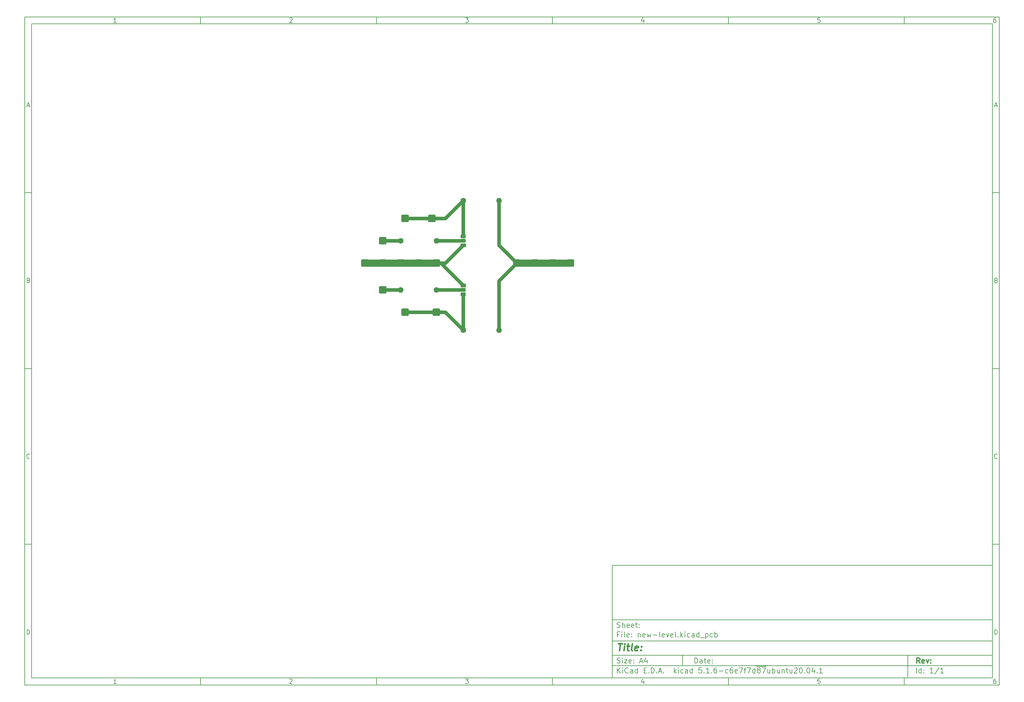
<source format=gbr>
%TF.GenerationSoftware,KiCad,Pcbnew,5.1.6-c6e7f7d~87~ubuntu20.04.1*%
%TF.CreationDate,2020-11-01T10:04:05-08:00*%
%TF.ProjectId,new-level,6e65772d-6c65-4766-956c-2e6b69636164,rev?*%
%TF.SameCoordinates,Original*%
%TF.FileFunction,Copper,L1,Top*%
%TF.FilePolarity,Positive*%
%FSLAX46Y46*%
G04 Gerber Fmt 4.6, Leading zero omitted, Abs format (unit mm)*
G04 Created by KiCad (PCBNEW 5.1.6-c6e7f7d~87~ubuntu20.04.1) date 2020-11-01 10:04:05*
%MOMM*%
%LPD*%
G01*
G04 APERTURE LIST*
%ADD10C,0.100000*%
%ADD11C,0.150000*%
%ADD12C,0.300000*%
%ADD13C,0.400000*%
%TA.AperFunction,ComponentPad*%
%ADD14O,1.600000X1.600000*%
%TD*%
%TA.AperFunction,ComponentPad*%
%ADD15C,1.600000*%
%TD*%
%TA.AperFunction,ComponentPad*%
%ADD16R,1.500000X1.050000*%
%TD*%
%TA.AperFunction,Conductor*%
%ADD17C,1.000000*%
%TD*%
%TA.AperFunction,Conductor*%
%ADD18C,2.000000*%
%TD*%
G04 APERTURE END LIST*
D10*
D11*
X177002200Y-166007200D02*
X177002200Y-198007200D01*
X285002200Y-198007200D01*
X285002200Y-166007200D01*
X177002200Y-166007200D01*
D10*
D11*
X10000000Y-10000000D02*
X10000000Y-200007200D01*
X287002200Y-200007200D01*
X287002200Y-10000000D01*
X10000000Y-10000000D01*
D10*
D11*
X12000000Y-12000000D02*
X12000000Y-198007200D01*
X285002200Y-198007200D01*
X285002200Y-12000000D01*
X12000000Y-12000000D01*
D10*
D11*
X60000000Y-12000000D02*
X60000000Y-10000000D01*
D10*
D11*
X110000000Y-12000000D02*
X110000000Y-10000000D01*
D10*
D11*
X160000000Y-12000000D02*
X160000000Y-10000000D01*
D10*
D11*
X210000000Y-12000000D02*
X210000000Y-10000000D01*
D10*
D11*
X260000000Y-12000000D02*
X260000000Y-10000000D01*
D10*
D11*
X36065476Y-11588095D02*
X35322619Y-11588095D01*
X35694047Y-11588095D02*
X35694047Y-10288095D01*
X35570238Y-10473809D01*
X35446428Y-10597619D01*
X35322619Y-10659523D01*
D10*
D11*
X85322619Y-10411904D02*
X85384523Y-10350000D01*
X85508333Y-10288095D01*
X85817857Y-10288095D01*
X85941666Y-10350000D01*
X86003571Y-10411904D01*
X86065476Y-10535714D01*
X86065476Y-10659523D01*
X86003571Y-10845238D01*
X85260714Y-11588095D01*
X86065476Y-11588095D01*
D10*
D11*
X135260714Y-10288095D02*
X136065476Y-10288095D01*
X135632142Y-10783333D01*
X135817857Y-10783333D01*
X135941666Y-10845238D01*
X136003571Y-10907142D01*
X136065476Y-11030952D01*
X136065476Y-11340476D01*
X136003571Y-11464285D01*
X135941666Y-11526190D01*
X135817857Y-11588095D01*
X135446428Y-11588095D01*
X135322619Y-11526190D01*
X135260714Y-11464285D01*
D10*
D11*
X185941666Y-10721428D02*
X185941666Y-11588095D01*
X185632142Y-10226190D02*
X185322619Y-11154761D01*
X186127380Y-11154761D01*
D10*
D11*
X236003571Y-10288095D02*
X235384523Y-10288095D01*
X235322619Y-10907142D01*
X235384523Y-10845238D01*
X235508333Y-10783333D01*
X235817857Y-10783333D01*
X235941666Y-10845238D01*
X236003571Y-10907142D01*
X236065476Y-11030952D01*
X236065476Y-11340476D01*
X236003571Y-11464285D01*
X235941666Y-11526190D01*
X235817857Y-11588095D01*
X235508333Y-11588095D01*
X235384523Y-11526190D01*
X235322619Y-11464285D01*
D10*
D11*
X285941666Y-10288095D02*
X285694047Y-10288095D01*
X285570238Y-10350000D01*
X285508333Y-10411904D01*
X285384523Y-10597619D01*
X285322619Y-10845238D01*
X285322619Y-11340476D01*
X285384523Y-11464285D01*
X285446428Y-11526190D01*
X285570238Y-11588095D01*
X285817857Y-11588095D01*
X285941666Y-11526190D01*
X286003571Y-11464285D01*
X286065476Y-11340476D01*
X286065476Y-11030952D01*
X286003571Y-10907142D01*
X285941666Y-10845238D01*
X285817857Y-10783333D01*
X285570238Y-10783333D01*
X285446428Y-10845238D01*
X285384523Y-10907142D01*
X285322619Y-11030952D01*
D10*
D11*
X60000000Y-198007200D02*
X60000000Y-200007200D01*
D10*
D11*
X110000000Y-198007200D02*
X110000000Y-200007200D01*
D10*
D11*
X160000000Y-198007200D02*
X160000000Y-200007200D01*
D10*
D11*
X210000000Y-198007200D02*
X210000000Y-200007200D01*
D10*
D11*
X260000000Y-198007200D02*
X260000000Y-200007200D01*
D10*
D11*
X36065476Y-199595295D02*
X35322619Y-199595295D01*
X35694047Y-199595295D02*
X35694047Y-198295295D01*
X35570238Y-198481009D01*
X35446428Y-198604819D01*
X35322619Y-198666723D01*
D10*
D11*
X85322619Y-198419104D02*
X85384523Y-198357200D01*
X85508333Y-198295295D01*
X85817857Y-198295295D01*
X85941666Y-198357200D01*
X86003571Y-198419104D01*
X86065476Y-198542914D01*
X86065476Y-198666723D01*
X86003571Y-198852438D01*
X85260714Y-199595295D01*
X86065476Y-199595295D01*
D10*
D11*
X135260714Y-198295295D02*
X136065476Y-198295295D01*
X135632142Y-198790533D01*
X135817857Y-198790533D01*
X135941666Y-198852438D01*
X136003571Y-198914342D01*
X136065476Y-199038152D01*
X136065476Y-199347676D01*
X136003571Y-199471485D01*
X135941666Y-199533390D01*
X135817857Y-199595295D01*
X135446428Y-199595295D01*
X135322619Y-199533390D01*
X135260714Y-199471485D01*
D10*
D11*
X185941666Y-198728628D02*
X185941666Y-199595295D01*
X185632142Y-198233390D02*
X185322619Y-199161961D01*
X186127380Y-199161961D01*
D10*
D11*
X236003571Y-198295295D02*
X235384523Y-198295295D01*
X235322619Y-198914342D01*
X235384523Y-198852438D01*
X235508333Y-198790533D01*
X235817857Y-198790533D01*
X235941666Y-198852438D01*
X236003571Y-198914342D01*
X236065476Y-199038152D01*
X236065476Y-199347676D01*
X236003571Y-199471485D01*
X235941666Y-199533390D01*
X235817857Y-199595295D01*
X235508333Y-199595295D01*
X235384523Y-199533390D01*
X235322619Y-199471485D01*
D10*
D11*
X285941666Y-198295295D02*
X285694047Y-198295295D01*
X285570238Y-198357200D01*
X285508333Y-198419104D01*
X285384523Y-198604819D01*
X285322619Y-198852438D01*
X285322619Y-199347676D01*
X285384523Y-199471485D01*
X285446428Y-199533390D01*
X285570238Y-199595295D01*
X285817857Y-199595295D01*
X285941666Y-199533390D01*
X286003571Y-199471485D01*
X286065476Y-199347676D01*
X286065476Y-199038152D01*
X286003571Y-198914342D01*
X285941666Y-198852438D01*
X285817857Y-198790533D01*
X285570238Y-198790533D01*
X285446428Y-198852438D01*
X285384523Y-198914342D01*
X285322619Y-199038152D01*
D10*
D11*
X10000000Y-60000000D02*
X12000000Y-60000000D01*
D10*
D11*
X10000000Y-110000000D02*
X12000000Y-110000000D01*
D10*
D11*
X10000000Y-160000000D02*
X12000000Y-160000000D01*
D10*
D11*
X10690476Y-35216666D02*
X11309523Y-35216666D01*
X10566666Y-35588095D02*
X11000000Y-34288095D01*
X11433333Y-35588095D01*
D10*
D11*
X11092857Y-84907142D02*
X11278571Y-84969047D01*
X11340476Y-85030952D01*
X11402380Y-85154761D01*
X11402380Y-85340476D01*
X11340476Y-85464285D01*
X11278571Y-85526190D01*
X11154761Y-85588095D01*
X10659523Y-85588095D01*
X10659523Y-84288095D01*
X11092857Y-84288095D01*
X11216666Y-84350000D01*
X11278571Y-84411904D01*
X11340476Y-84535714D01*
X11340476Y-84659523D01*
X11278571Y-84783333D01*
X11216666Y-84845238D01*
X11092857Y-84907142D01*
X10659523Y-84907142D01*
D10*
D11*
X11402380Y-135464285D02*
X11340476Y-135526190D01*
X11154761Y-135588095D01*
X11030952Y-135588095D01*
X10845238Y-135526190D01*
X10721428Y-135402380D01*
X10659523Y-135278571D01*
X10597619Y-135030952D01*
X10597619Y-134845238D01*
X10659523Y-134597619D01*
X10721428Y-134473809D01*
X10845238Y-134350000D01*
X11030952Y-134288095D01*
X11154761Y-134288095D01*
X11340476Y-134350000D01*
X11402380Y-134411904D01*
D10*
D11*
X10659523Y-185588095D02*
X10659523Y-184288095D01*
X10969047Y-184288095D01*
X11154761Y-184350000D01*
X11278571Y-184473809D01*
X11340476Y-184597619D01*
X11402380Y-184845238D01*
X11402380Y-185030952D01*
X11340476Y-185278571D01*
X11278571Y-185402380D01*
X11154761Y-185526190D01*
X10969047Y-185588095D01*
X10659523Y-185588095D01*
D10*
D11*
X287002200Y-60000000D02*
X285002200Y-60000000D01*
D10*
D11*
X287002200Y-110000000D02*
X285002200Y-110000000D01*
D10*
D11*
X287002200Y-160000000D02*
X285002200Y-160000000D01*
D10*
D11*
X285692676Y-35216666D02*
X286311723Y-35216666D01*
X285568866Y-35588095D02*
X286002200Y-34288095D01*
X286435533Y-35588095D01*
D10*
D11*
X286095057Y-84907142D02*
X286280771Y-84969047D01*
X286342676Y-85030952D01*
X286404580Y-85154761D01*
X286404580Y-85340476D01*
X286342676Y-85464285D01*
X286280771Y-85526190D01*
X286156961Y-85588095D01*
X285661723Y-85588095D01*
X285661723Y-84288095D01*
X286095057Y-84288095D01*
X286218866Y-84350000D01*
X286280771Y-84411904D01*
X286342676Y-84535714D01*
X286342676Y-84659523D01*
X286280771Y-84783333D01*
X286218866Y-84845238D01*
X286095057Y-84907142D01*
X285661723Y-84907142D01*
D10*
D11*
X286404580Y-135464285D02*
X286342676Y-135526190D01*
X286156961Y-135588095D01*
X286033152Y-135588095D01*
X285847438Y-135526190D01*
X285723628Y-135402380D01*
X285661723Y-135278571D01*
X285599819Y-135030952D01*
X285599819Y-134845238D01*
X285661723Y-134597619D01*
X285723628Y-134473809D01*
X285847438Y-134350000D01*
X286033152Y-134288095D01*
X286156961Y-134288095D01*
X286342676Y-134350000D01*
X286404580Y-134411904D01*
D10*
D11*
X285661723Y-185588095D02*
X285661723Y-184288095D01*
X285971247Y-184288095D01*
X286156961Y-184350000D01*
X286280771Y-184473809D01*
X286342676Y-184597619D01*
X286404580Y-184845238D01*
X286404580Y-185030952D01*
X286342676Y-185278571D01*
X286280771Y-185402380D01*
X286156961Y-185526190D01*
X285971247Y-185588095D01*
X285661723Y-185588095D01*
D10*
D11*
X200434342Y-193785771D02*
X200434342Y-192285771D01*
X200791485Y-192285771D01*
X201005771Y-192357200D01*
X201148628Y-192500057D01*
X201220057Y-192642914D01*
X201291485Y-192928628D01*
X201291485Y-193142914D01*
X201220057Y-193428628D01*
X201148628Y-193571485D01*
X201005771Y-193714342D01*
X200791485Y-193785771D01*
X200434342Y-193785771D01*
X202577200Y-193785771D02*
X202577200Y-193000057D01*
X202505771Y-192857200D01*
X202362914Y-192785771D01*
X202077200Y-192785771D01*
X201934342Y-192857200D01*
X202577200Y-193714342D02*
X202434342Y-193785771D01*
X202077200Y-193785771D01*
X201934342Y-193714342D01*
X201862914Y-193571485D01*
X201862914Y-193428628D01*
X201934342Y-193285771D01*
X202077200Y-193214342D01*
X202434342Y-193214342D01*
X202577200Y-193142914D01*
X203077200Y-192785771D02*
X203648628Y-192785771D01*
X203291485Y-192285771D02*
X203291485Y-193571485D01*
X203362914Y-193714342D01*
X203505771Y-193785771D01*
X203648628Y-193785771D01*
X204720057Y-193714342D02*
X204577200Y-193785771D01*
X204291485Y-193785771D01*
X204148628Y-193714342D01*
X204077200Y-193571485D01*
X204077200Y-193000057D01*
X204148628Y-192857200D01*
X204291485Y-192785771D01*
X204577200Y-192785771D01*
X204720057Y-192857200D01*
X204791485Y-193000057D01*
X204791485Y-193142914D01*
X204077200Y-193285771D01*
X205434342Y-193642914D02*
X205505771Y-193714342D01*
X205434342Y-193785771D01*
X205362914Y-193714342D01*
X205434342Y-193642914D01*
X205434342Y-193785771D01*
X205434342Y-192857200D02*
X205505771Y-192928628D01*
X205434342Y-193000057D01*
X205362914Y-192928628D01*
X205434342Y-192857200D01*
X205434342Y-193000057D01*
D10*
D11*
X177002200Y-194507200D02*
X285002200Y-194507200D01*
D10*
D11*
X178434342Y-196585771D02*
X178434342Y-195085771D01*
X179291485Y-196585771D02*
X178648628Y-195728628D01*
X179291485Y-195085771D02*
X178434342Y-195942914D01*
X179934342Y-196585771D02*
X179934342Y-195585771D01*
X179934342Y-195085771D02*
X179862914Y-195157200D01*
X179934342Y-195228628D01*
X180005771Y-195157200D01*
X179934342Y-195085771D01*
X179934342Y-195228628D01*
X181505771Y-196442914D02*
X181434342Y-196514342D01*
X181220057Y-196585771D01*
X181077200Y-196585771D01*
X180862914Y-196514342D01*
X180720057Y-196371485D01*
X180648628Y-196228628D01*
X180577200Y-195942914D01*
X180577200Y-195728628D01*
X180648628Y-195442914D01*
X180720057Y-195300057D01*
X180862914Y-195157200D01*
X181077200Y-195085771D01*
X181220057Y-195085771D01*
X181434342Y-195157200D01*
X181505771Y-195228628D01*
X182791485Y-196585771D02*
X182791485Y-195800057D01*
X182720057Y-195657200D01*
X182577200Y-195585771D01*
X182291485Y-195585771D01*
X182148628Y-195657200D01*
X182791485Y-196514342D02*
X182648628Y-196585771D01*
X182291485Y-196585771D01*
X182148628Y-196514342D01*
X182077200Y-196371485D01*
X182077200Y-196228628D01*
X182148628Y-196085771D01*
X182291485Y-196014342D01*
X182648628Y-196014342D01*
X182791485Y-195942914D01*
X184148628Y-196585771D02*
X184148628Y-195085771D01*
X184148628Y-196514342D02*
X184005771Y-196585771D01*
X183720057Y-196585771D01*
X183577200Y-196514342D01*
X183505771Y-196442914D01*
X183434342Y-196300057D01*
X183434342Y-195871485D01*
X183505771Y-195728628D01*
X183577200Y-195657200D01*
X183720057Y-195585771D01*
X184005771Y-195585771D01*
X184148628Y-195657200D01*
X186005771Y-195800057D02*
X186505771Y-195800057D01*
X186720057Y-196585771D02*
X186005771Y-196585771D01*
X186005771Y-195085771D01*
X186720057Y-195085771D01*
X187362914Y-196442914D02*
X187434342Y-196514342D01*
X187362914Y-196585771D01*
X187291485Y-196514342D01*
X187362914Y-196442914D01*
X187362914Y-196585771D01*
X188077200Y-196585771D02*
X188077200Y-195085771D01*
X188434342Y-195085771D01*
X188648628Y-195157200D01*
X188791485Y-195300057D01*
X188862914Y-195442914D01*
X188934342Y-195728628D01*
X188934342Y-195942914D01*
X188862914Y-196228628D01*
X188791485Y-196371485D01*
X188648628Y-196514342D01*
X188434342Y-196585771D01*
X188077200Y-196585771D01*
X189577200Y-196442914D02*
X189648628Y-196514342D01*
X189577200Y-196585771D01*
X189505771Y-196514342D01*
X189577200Y-196442914D01*
X189577200Y-196585771D01*
X190220057Y-196157200D02*
X190934342Y-196157200D01*
X190077200Y-196585771D02*
X190577200Y-195085771D01*
X191077200Y-196585771D01*
X191577200Y-196442914D02*
X191648628Y-196514342D01*
X191577200Y-196585771D01*
X191505771Y-196514342D01*
X191577200Y-196442914D01*
X191577200Y-196585771D01*
X194577200Y-196585771D02*
X194577200Y-195085771D01*
X194720057Y-196014342D02*
X195148628Y-196585771D01*
X195148628Y-195585771D02*
X194577200Y-196157200D01*
X195791485Y-196585771D02*
X195791485Y-195585771D01*
X195791485Y-195085771D02*
X195720057Y-195157200D01*
X195791485Y-195228628D01*
X195862914Y-195157200D01*
X195791485Y-195085771D01*
X195791485Y-195228628D01*
X197148628Y-196514342D02*
X197005771Y-196585771D01*
X196720057Y-196585771D01*
X196577200Y-196514342D01*
X196505771Y-196442914D01*
X196434342Y-196300057D01*
X196434342Y-195871485D01*
X196505771Y-195728628D01*
X196577200Y-195657200D01*
X196720057Y-195585771D01*
X197005771Y-195585771D01*
X197148628Y-195657200D01*
X198434342Y-196585771D02*
X198434342Y-195800057D01*
X198362914Y-195657200D01*
X198220057Y-195585771D01*
X197934342Y-195585771D01*
X197791485Y-195657200D01*
X198434342Y-196514342D02*
X198291485Y-196585771D01*
X197934342Y-196585771D01*
X197791485Y-196514342D01*
X197720057Y-196371485D01*
X197720057Y-196228628D01*
X197791485Y-196085771D01*
X197934342Y-196014342D01*
X198291485Y-196014342D01*
X198434342Y-195942914D01*
X199791485Y-196585771D02*
X199791485Y-195085771D01*
X199791485Y-196514342D02*
X199648628Y-196585771D01*
X199362914Y-196585771D01*
X199220057Y-196514342D01*
X199148628Y-196442914D01*
X199077200Y-196300057D01*
X199077200Y-195871485D01*
X199148628Y-195728628D01*
X199220057Y-195657200D01*
X199362914Y-195585771D01*
X199648628Y-195585771D01*
X199791485Y-195657200D01*
X202362914Y-195085771D02*
X201648628Y-195085771D01*
X201577200Y-195800057D01*
X201648628Y-195728628D01*
X201791485Y-195657200D01*
X202148628Y-195657200D01*
X202291485Y-195728628D01*
X202362914Y-195800057D01*
X202434342Y-195942914D01*
X202434342Y-196300057D01*
X202362914Y-196442914D01*
X202291485Y-196514342D01*
X202148628Y-196585771D01*
X201791485Y-196585771D01*
X201648628Y-196514342D01*
X201577200Y-196442914D01*
X203077200Y-196442914D02*
X203148628Y-196514342D01*
X203077200Y-196585771D01*
X203005771Y-196514342D01*
X203077200Y-196442914D01*
X203077200Y-196585771D01*
X204577200Y-196585771D02*
X203720057Y-196585771D01*
X204148628Y-196585771D02*
X204148628Y-195085771D01*
X204005771Y-195300057D01*
X203862914Y-195442914D01*
X203720057Y-195514342D01*
X205220057Y-196442914D02*
X205291485Y-196514342D01*
X205220057Y-196585771D01*
X205148628Y-196514342D01*
X205220057Y-196442914D01*
X205220057Y-196585771D01*
X206577200Y-195085771D02*
X206291485Y-195085771D01*
X206148628Y-195157200D01*
X206077200Y-195228628D01*
X205934342Y-195442914D01*
X205862914Y-195728628D01*
X205862914Y-196300057D01*
X205934342Y-196442914D01*
X206005771Y-196514342D01*
X206148628Y-196585771D01*
X206434342Y-196585771D01*
X206577200Y-196514342D01*
X206648628Y-196442914D01*
X206720057Y-196300057D01*
X206720057Y-195942914D01*
X206648628Y-195800057D01*
X206577200Y-195728628D01*
X206434342Y-195657200D01*
X206148628Y-195657200D01*
X206005771Y-195728628D01*
X205934342Y-195800057D01*
X205862914Y-195942914D01*
X207362914Y-196014342D02*
X208505771Y-196014342D01*
X209862914Y-196514342D02*
X209720057Y-196585771D01*
X209434342Y-196585771D01*
X209291485Y-196514342D01*
X209220057Y-196442914D01*
X209148628Y-196300057D01*
X209148628Y-195871485D01*
X209220057Y-195728628D01*
X209291485Y-195657200D01*
X209434342Y-195585771D01*
X209720057Y-195585771D01*
X209862914Y-195657200D01*
X211148628Y-195085771D02*
X210862914Y-195085771D01*
X210720057Y-195157200D01*
X210648628Y-195228628D01*
X210505771Y-195442914D01*
X210434342Y-195728628D01*
X210434342Y-196300057D01*
X210505771Y-196442914D01*
X210577200Y-196514342D01*
X210720057Y-196585771D01*
X211005771Y-196585771D01*
X211148628Y-196514342D01*
X211220057Y-196442914D01*
X211291485Y-196300057D01*
X211291485Y-195942914D01*
X211220057Y-195800057D01*
X211148628Y-195728628D01*
X211005771Y-195657200D01*
X210720057Y-195657200D01*
X210577200Y-195728628D01*
X210505771Y-195800057D01*
X210434342Y-195942914D01*
X212505771Y-196514342D02*
X212362914Y-196585771D01*
X212077200Y-196585771D01*
X211934342Y-196514342D01*
X211862914Y-196371485D01*
X211862914Y-195800057D01*
X211934342Y-195657200D01*
X212077200Y-195585771D01*
X212362914Y-195585771D01*
X212505771Y-195657200D01*
X212577200Y-195800057D01*
X212577200Y-195942914D01*
X211862914Y-196085771D01*
X213077200Y-195085771D02*
X214077200Y-195085771D01*
X213434342Y-196585771D01*
X214434342Y-195585771D02*
X215005771Y-195585771D01*
X214648628Y-196585771D02*
X214648628Y-195300057D01*
X214720057Y-195157200D01*
X214862914Y-195085771D01*
X215005771Y-195085771D01*
X215362914Y-195085771D02*
X216362914Y-195085771D01*
X215720057Y-196585771D01*
X217577200Y-196585771D02*
X217577200Y-195085771D01*
X217577200Y-196514342D02*
X217434342Y-196585771D01*
X217148628Y-196585771D01*
X217005771Y-196514342D01*
X216934342Y-196442914D01*
X216862914Y-196300057D01*
X216862914Y-195871485D01*
X216934342Y-195728628D01*
X217005771Y-195657200D01*
X217148628Y-195585771D01*
X217434342Y-195585771D01*
X217577200Y-195657200D01*
X217934342Y-194677200D02*
X219362914Y-194677200D01*
X218505771Y-195728628D02*
X218362914Y-195657200D01*
X218291485Y-195585771D01*
X218220057Y-195442914D01*
X218220057Y-195371485D01*
X218291485Y-195228628D01*
X218362914Y-195157200D01*
X218505771Y-195085771D01*
X218791485Y-195085771D01*
X218934342Y-195157200D01*
X219005771Y-195228628D01*
X219077200Y-195371485D01*
X219077200Y-195442914D01*
X219005771Y-195585771D01*
X218934342Y-195657200D01*
X218791485Y-195728628D01*
X218505771Y-195728628D01*
X218362914Y-195800057D01*
X218291485Y-195871485D01*
X218220057Y-196014342D01*
X218220057Y-196300057D01*
X218291485Y-196442914D01*
X218362914Y-196514342D01*
X218505771Y-196585771D01*
X218791485Y-196585771D01*
X218934342Y-196514342D01*
X219005771Y-196442914D01*
X219077200Y-196300057D01*
X219077200Y-196014342D01*
X219005771Y-195871485D01*
X218934342Y-195800057D01*
X218791485Y-195728628D01*
X219362914Y-194677200D02*
X220791485Y-194677200D01*
X219577200Y-195085771D02*
X220577200Y-195085771D01*
X219934342Y-196585771D01*
X221791485Y-195585771D02*
X221791485Y-196585771D01*
X221148628Y-195585771D02*
X221148628Y-196371485D01*
X221220057Y-196514342D01*
X221362914Y-196585771D01*
X221577200Y-196585771D01*
X221720057Y-196514342D01*
X221791485Y-196442914D01*
X222505771Y-196585771D02*
X222505771Y-195085771D01*
X222505771Y-195657200D02*
X222648628Y-195585771D01*
X222934342Y-195585771D01*
X223077200Y-195657200D01*
X223148628Y-195728628D01*
X223220057Y-195871485D01*
X223220057Y-196300057D01*
X223148628Y-196442914D01*
X223077200Y-196514342D01*
X222934342Y-196585771D01*
X222648628Y-196585771D01*
X222505771Y-196514342D01*
X224505771Y-195585771D02*
X224505771Y-196585771D01*
X223862914Y-195585771D02*
X223862914Y-196371485D01*
X223934342Y-196514342D01*
X224077200Y-196585771D01*
X224291485Y-196585771D01*
X224434342Y-196514342D01*
X224505771Y-196442914D01*
X225220057Y-195585771D02*
X225220057Y-196585771D01*
X225220057Y-195728628D02*
X225291485Y-195657200D01*
X225434342Y-195585771D01*
X225648628Y-195585771D01*
X225791485Y-195657200D01*
X225862914Y-195800057D01*
X225862914Y-196585771D01*
X226362914Y-195585771D02*
X226934342Y-195585771D01*
X226577200Y-195085771D02*
X226577200Y-196371485D01*
X226648628Y-196514342D01*
X226791485Y-196585771D01*
X226934342Y-196585771D01*
X228077200Y-195585771D02*
X228077200Y-196585771D01*
X227434342Y-195585771D02*
X227434342Y-196371485D01*
X227505771Y-196514342D01*
X227648628Y-196585771D01*
X227862914Y-196585771D01*
X228005771Y-196514342D01*
X228077200Y-196442914D01*
X228720057Y-195228628D02*
X228791485Y-195157200D01*
X228934342Y-195085771D01*
X229291485Y-195085771D01*
X229434342Y-195157200D01*
X229505771Y-195228628D01*
X229577200Y-195371485D01*
X229577200Y-195514342D01*
X229505771Y-195728628D01*
X228648628Y-196585771D01*
X229577200Y-196585771D01*
X230505771Y-195085771D02*
X230648628Y-195085771D01*
X230791485Y-195157200D01*
X230862914Y-195228628D01*
X230934342Y-195371485D01*
X231005771Y-195657200D01*
X231005771Y-196014342D01*
X230934342Y-196300057D01*
X230862914Y-196442914D01*
X230791485Y-196514342D01*
X230648628Y-196585771D01*
X230505771Y-196585771D01*
X230362914Y-196514342D01*
X230291485Y-196442914D01*
X230220057Y-196300057D01*
X230148628Y-196014342D01*
X230148628Y-195657200D01*
X230220057Y-195371485D01*
X230291485Y-195228628D01*
X230362914Y-195157200D01*
X230505771Y-195085771D01*
X231648628Y-196442914D02*
X231720057Y-196514342D01*
X231648628Y-196585771D01*
X231577200Y-196514342D01*
X231648628Y-196442914D01*
X231648628Y-196585771D01*
X232648628Y-195085771D02*
X232791485Y-195085771D01*
X232934342Y-195157200D01*
X233005771Y-195228628D01*
X233077200Y-195371485D01*
X233148628Y-195657200D01*
X233148628Y-196014342D01*
X233077200Y-196300057D01*
X233005771Y-196442914D01*
X232934342Y-196514342D01*
X232791485Y-196585771D01*
X232648628Y-196585771D01*
X232505771Y-196514342D01*
X232434342Y-196442914D01*
X232362914Y-196300057D01*
X232291485Y-196014342D01*
X232291485Y-195657200D01*
X232362914Y-195371485D01*
X232434342Y-195228628D01*
X232505771Y-195157200D01*
X232648628Y-195085771D01*
X234434342Y-195585771D02*
X234434342Y-196585771D01*
X234077200Y-195014342D02*
X233720057Y-196085771D01*
X234648628Y-196085771D01*
X235220057Y-196442914D02*
X235291485Y-196514342D01*
X235220057Y-196585771D01*
X235148628Y-196514342D01*
X235220057Y-196442914D01*
X235220057Y-196585771D01*
X236720057Y-196585771D02*
X235862914Y-196585771D01*
X236291485Y-196585771D02*
X236291485Y-195085771D01*
X236148628Y-195300057D01*
X236005771Y-195442914D01*
X235862914Y-195514342D01*
D10*
D11*
X177002200Y-191507200D02*
X285002200Y-191507200D01*
D10*
D12*
X264411485Y-193785771D02*
X263911485Y-193071485D01*
X263554342Y-193785771D02*
X263554342Y-192285771D01*
X264125771Y-192285771D01*
X264268628Y-192357200D01*
X264340057Y-192428628D01*
X264411485Y-192571485D01*
X264411485Y-192785771D01*
X264340057Y-192928628D01*
X264268628Y-193000057D01*
X264125771Y-193071485D01*
X263554342Y-193071485D01*
X265625771Y-193714342D02*
X265482914Y-193785771D01*
X265197200Y-193785771D01*
X265054342Y-193714342D01*
X264982914Y-193571485D01*
X264982914Y-193000057D01*
X265054342Y-192857200D01*
X265197200Y-192785771D01*
X265482914Y-192785771D01*
X265625771Y-192857200D01*
X265697200Y-193000057D01*
X265697200Y-193142914D01*
X264982914Y-193285771D01*
X266197200Y-192785771D02*
X266554342Y-193785771D01*
X266911485Y-192785771D01*
X267482914Y-193642914D02*
X267554342Y-193714342D01*
X267482914Y-193785771D01*
X267411485Y-193714342D01*
X267482914Y-193642914D01*
X267482914Y-193785771D01*
X267482914Y-192857200D02*
X267554342Y-192928628D01*
X267482914Y-193000057D01*
X267411485Y-192928628D01*
X267482914Y-192857200D01*
X267482914Y-193000057D01*
D10*
D11*
X178362914Y-193714342D02*
X178577200Y-193785771D01*
X178934342Y-193785771D01*
X179077200Y-193714342D01*
X179148628Y-193642914D01*
X179220057Y-193500057D01*
X179220057Y-193357200D01*
X179148628Y-193214342D01*
X179077200Y-193142914D01*
X178934342Y-193071485D01*
X178648628Y-193000057D01*
X178505771Y-192928628D01*
X178434342Y-192857200D01*
X178362914Y-192714342D01*
X178362914Y-192571485D01*
X178434342Y-192428628D01*
X178505771Y-192357200D01*
X178648628Y-192285771D01*
X179005771Y-192285771D01*
X179220057Y-192357200D01*
X179862914Y-193785771D02*
X179862914Y-192785771D01*
X179862914Y-192285771D02*
X179791485Y-192357200D01*
X179862914Y-192428628D01*
X179934342Y-192357200D01*
X179862914Y-192285771D01*
X179862914Y-192428628D01*
X180434342Y-192785771D02*
X181220057Y-192785771D01*
X180434342Y-193785771D01*
X181220057Y-193785771D01*
X182362914Y-193714342D02*
X182220057Y-193785771D01*
X181934342Y-193785771D01*
X181791485Y-193714342D01*
X181720057Y-193571485D01*
X181720057Y-193000057D01*
X181791485Y-192857200D01*
X181934342Y-192785771D01*
X182220057Y-192785771D01*
X182362914Y-192857200D01*
X182434342Y-193000057D01*
X182434342Y-193142914D01*
X181720057Y-193285771D01*
X183077200Y-193642914D02*
X183148628Y-193714342D01*
X183077200Y-193785771D01*
X183005771Y-193714342D01*
X183077200Y-193642914D01*
X183077200Y-193785771D01*
X183077200Y-192857200D02*
X183148628Y-192928628D01*
X183077200Y-193000057D01*
X183005771Y-192928628D01*
X183077200Y-192857200D01*
X183077200Y-193000057D01*
X184862914Y-193357200D02*
X185577200Y-193357200D01*
X184720057Y-193785771D02*
X185220057Y-192285771D01*
X185720057Y-193785771D01*
X186862914Y-192785771D02*
X186862914Y-193785771D01*
X186505771Y-192214342D02*
X186148628Y-193285771D01*
X187077200Y-193285771D01*
D10*
D11*
X263434342Y-196585771D02*
X263434342Y-195085771D01*
X264791485Y-196585771D02*
X264791485Y-195085771D01*
X264791485Y-196514342D02*
X264648628Y-196585771D01*
X264362914Y-196585771D01*
X264220057Y-196514342D01*
X264148628Y-196442914D01*
X264077200Y-196300057D01*
X264077200Y-195871485D01*
X264148628Y-195728628D01*
X264220057Y-195657200D01*
X264362914Y-195585771D01*
X264648628Y-195585771D01*
X264791485Y-195657200D01*
X265505771Y-196442914D02*
X265577200Y-196514342D01*
X265505771Y-196585771D01*
X265434342Y-196514342D01*
X265505771Y-196442914D01*
X265505771Y-196585771D01*
X265505771Y-195657200D02*
X265577200Y-195728628D01*
X265505771Y-195800057D01*
X265434342Y-195728628D01*
X265505771Y-195657200D01*
X265505771Y-195800057D01*
X268148628Y-196585771D02*
X267291485Y-196585771D01*
X267720057Y-196585771D02*
X267720057Y-195085771D01*
X267577200Y-195300057D01*
X267434342Y-195442914D01*
X267291485Y-195514342D01*
X269862914Y-195014342D02*
X268577200Y-196942914D01*
X271148628Y-196585771D02*
X270291485Y-196585771D01*
X270720057Y-196585771D02*
X270720057Y-195085771D01*
X270577200Y-195300057D01*
X270434342Y-195442914D01*
X270291485Y-195514342D01*
D10*
D11*
X177002200Y-187507200D02*
X285002200Y-187507200D01*
D10*
D13*
X178714580Y-188211961D02*
X179857438Y-188211961D01*
X179036009Y-190211961D02*
X179286009Y-188211961D01*
X180274104Y-190211961D02*
X180440771Y-188878628D01*
X180524104Y-188211961D02*
X180416961Y-188307200D01*
X180500295Y-188402438D01*
X180607438Y-188307200D01*
X180524104Y-188211961D01*
X180500295Y-188402438D01*
X181107438Y-188878628D02*
X181869342Y-188878628D01*
X181476485Y-188211961D02*
X181262200Y-189926247D01*
X181333628Y-190116723D01*
X181512200Y-190211961D01*
X181702676Y-190211961D01*
X182655057Y-190211961D02*
X182476485Y-190116723D01*
X182405057Y-189926247D01*
X182619342Y-188211961D01*
X184190771Y-190116723D02*
X183988390Y-190211961D01*
X183607438Y-190211961D01*
X183428866Y-190116723D01*
X183357438Y-189926247D01*
X183452676Y-189164342D01*
X183571723Y-188973866D01*
X183774104Y-188878628D01*
X184155057Y-188878628D01*
X184333628Y-188973866D01*
X184405057Y-189164342D01*
X184381247Y-189354819D01*
X183405057Y-189545295D01*
X185155057Y-190021485D02*
X185238390Y-190116723D01*
X185131247Y-190211961D01*
X185047914Y-190116723D01*
X185155057Y-190021485D01*
X185131247Y-190211961D01*
X185286009Y-188973866D02*
X185369342Y-189069104D01*
X185262200Y-189164342D01*
X185178866Y-189069104D01*
X185286009Y-188973866D01*
X185262200Y-189164342D01*
D10*
D11*
X178934342Y-185600057D02*
X178434342Y-185600057D01*
X178434342Y-186385771D02*
X178434342Y-184885771D01*
X179148628Y-184885771D01*
X179720057Y-186385771D02*
X179720057Y-185385771D01*
X179720057Y-184885771D02*
X179648628Y-184957200D01*
X179720057Y-185028628D01*
X179791485Y-184957200D01*
X179720057Y-184885771D01*
X179720057Y-185028628D01*
X180648628Y-186385771D02*
X180505771Y-186314342D01*
X180434342Y-186171485D01*
X180434342Y-184885771D01*
X181791485Y-186314342D02*
X181648628Y-186385771D01*
X181362914Y-186385771D01*
X181220057Y-186314342D01*
X181148628Y-186171485D01*
X181148628Y-185600057D01*
X181220057Y-185457200D01*
X181362914Y-185385771D01*
X181648628Y-185385771D01*
X181791485Y-185457200D01*
X181862914Y-185600057D01*
X181862914Y-185742914D01*
X181148628Y-185885771D01*
X182505771Y-186242914D02*
X182577200Y-186314342D01*
X182505771Y-186385771D01*
X182434342Y-186314342D01*
X182505771Y-186242914D01*
X182505771Y-186385771D01*
X182505771Y-185457200D02*
X182577200Y-185528628D01*
X182505771Y-185600057D01*
X182434342Y-185528628D01*
X182505771Y-185457200D01*
X182505771Y-185600057D01*
X184362914Y-185385771D02*
X184362914Y-186385771D01*
X184362914Y-185528628D02*
X184434342Y-185457200D01*
X184577200Y-185385771D01*
X184791485Y-185385771D01*
X184934342Y-185457200D01*
X185005771Y-185600057D01*
X185005771Y-186385771D01*
X186291485Y-186314342D02*
X186148628Y-186385771D01*
X185862914Y-186385771D01*
X185720057Y-186314342D01*
X185648628Y-186171485D01*
X185648628Y-185600057D01*
X185720057Y-185457200D01*
X185862914Y-185385771D01*
X186148628Y-185385771D01*
X186291485Y-185457200D01*
X186362914Y-185600057D01*
X186362914Y-185742914D01*
X185648628Y-185885771D01*
X186862914Y-185385771D02*
X187148628Y-186385771D01*
X187434342Y-185671485D01*
X187720057Y-186385771D01*
X188005771Y-185385771D01*
X188577200Y-185814342D02*
X189720057Y-185814342D01*
X190648628Y-186385771D02*
X190505771Y-186314342D01*
X190434342Y-186171485D01*
X190434342Y-184885771D01*
X191791485Y-186314342D02*
X191648628Y-186385771D01*
X191362914Y-186385771D01*
X191220057Y-186314342D01*
X191148628Y-186171485D01*
X191148628Y-185600057D01*
X191220057Y-185457200D01*
X191362914Y-185385771D01*
X191648628Y-185385771D01*
X191791485Y-185457200D01*
X191862914Y-185600057D01*
X191862914Y-185742914D01*
X191148628Y-185885771D01*
X192362914Y-185385771D02*
X192720057Y-186385771D01*
X193077200Y-185385771D01*
X194220057Y-186314342D02*
X194077200Y-186385771D01*
X193791485Y-186385771D01*
X193648628Y-186314342D01*
X193577200Y-186171485D01*
X193577200Y-185600057D01*
X193648628Y-185457200D01*
X193791485Y-185385771D01*
X194077200Y-185385771D01*
X194220057Y-185457200D01*
X194291485Y-185600057D01*
X194291485Y-185742914D01*
X193577200Y-185885771D01*
X195148628Y-186385771D02*
X195005771Y-186314342D01*
X194934342Y-186171485D01*
X194934342Y-184885771D01*
X195720057Y-186242914D02*
X195791485Y-186314342D01*
X195720057Y-186385771D01*
X195648628Y-186314342D01*
X195720057Y-186242914D01*
X195720057Y-186385771D01*
X196434342Y-186385771D02*
X196434342Y-184885771D01*
X196577200Y-185814342D02*
X197005771Y-186385771D01*
X197005771Y-185385771D02*
X196434342Y-185957200D01*
X197648628Y-186385771D02*
X197648628Y-185385771D01*
X197648628Y-184885771D02*
X197577200Y-184957200D01*
X197648628Y-185028628D01*
X197720057Y-184957200D01*
X197648628Y-184885771D01*
X197648628Y-185028628D01*
X199005771Y-186314342D02*
X198862914Y-186385771D01*
X198577200Y-186385771D01*
X198434342Y-186314342D01*
X198362914Y-186242914D01*
X198291485Y-186100057D01*
X198291485Y-185671485D01*
X198362914Y-185528628D01*
X198434342Y-185457200D01*
X198577200Y-185385771D01*
X198862914Y-185385771D01*
X199005771Y-185457200D01*
X200291485Y-186385771D02*
X200291485Y-185600057D01*
X200220057Y-185457200D01*
X200077200Y-185385771D01*
X199791485Y-185385771D01*
X199648628Y-185457200D01*
X200291485Y-186314342D02*
X200148628Y-186385771D01*
X199791485Y-186385771D01*
X199648628Y-186314342D01*
X199577200Y-186171485D01*
X199577200Y-186028628D01*
X199648628Y-185885771D01*
X199791485Y-185814342D01*
X200148628Y-185814342D01*
X200291485Y-185742914D01*
X201648628Y-186385771D02*
X201648628Y-184885771D01*
X201648628Y-186314342D02*
X201505771Y-186385771D01*
X201220057Y-186385771D01*
X201077200Y-186314342D01*
X201005771Y-186242914D01*
X200934342Y-186100057D01*
X200934342Y-185671485D01*
X201005771Y-185528628D01*
X201077200Y-185457200D01*
X201220057Y-185385771D01*
X201505771Y-185385771D01*
X201648628Y-185457200D01*
X202005771Y-186528628D02*
X203148628Y-186528628D01*
X203505771Y-185385771D02*
X203505771Y-186885771D01*
X203505771Y-185457200D02*
X203648628Y-185385771D01*
X203934342Y-185385771D01*
X204077200Y-185457200D01*
X204148628Y-185528628D01*
X204220057Y-185671485D01*
X204220057Y-186100057D01*
X204148628Y-186242914D01*
X204077200Y-186314342D01*
X203934342Y-186385771D01*
X203648628Y-186385771D01*
X203505771Y-186314342D01*
X205505771Y-186314342D02*
X205362914Y-186385771D01*
X205077200Y-186385771D01*
X204934342Y-186314342D01*
X204862914Y-186242914D01*
X204791485Y-186100057D01*
X204791485Y-185671485D01*
X204862914Y-185528628D01*
X204934342Y-185457200D01*
X205077200Y-185385771D01*
X205362914Y-185385771D01*
X205505771Y-185457200D01*
X206148628Y-186385771D02*
X206148628Y-184885771D01*
X206148628Y-185457200D02*
X206291485Y-185385771D01*
X206577200Y-185385771D01*
X206720057Y-185457200D01*
X206791485Y-185528628D01*
X206862914Y-185671485D01*
X206862914Y-186100057D01*
X206791485Y-186242914D01*
X206720057Y-186314342D01*
X206577200Y-186385771D01*
X206291485Y-186385771D01*
X206148628Y-186314342D01*
D10*
D11*
X177002200Y-181507200D02*
X285002200Y-181507200D01*
D10*
D11*
X178362914Y-183614342D02*
X178577200Y-183685771D01*
X178934342Y-183685771D01*
X179077200Y-183614342D01*
X179148628Y-183542914D01*
X179220057Y-183400057D01*
X179220057Y-183257200D01*
X179148628Y-183114342D01*
X179077200Y-183042914D01*
X178934342Y-182971485D01*
X178648628Y-182900057D01*
X178505771Y-182828628D01*
X178434342Y-182757200D01*
X178362914Y-182614342D01*
X178362914Y-182471485D01*
X178434342Y-182328628D01*
X178505771Y-182257200D01*
X178648628Y-182185771D01*
X179005771Y-182185771D01*
X179220057Y-182257200D01*
X179862914Y-183685771D02*
X179862914Y-182185771D01*
X180505771Y-183685771D02*
X180505771Y-182900057D01*
X180434342Y-182757200D01*
X180291485Y-182685771D01*
X180077200Y-182685771D01*
X179934342Y-182757200D01*
X179862914Y-182828628D01*
X181791485Y-183614342D02*
X181648628Y-183685771D01*
X181362914Y-183685771D01*
X181220057Y-183614342D01*
X181148628Y-183471485D01*
X181148628Y-182900057D01*
X181220057Y-182757200D01*
X181362914Y-182685771D01*
X181648628Y-182685771D01*
X181791485Y-182757200D01*
X181862914Y-182900057D01*
X181862914Y-183042914D01*
X181148628Y-183185771D01*
X183077200Y-183614342D02*
X182934342Y-183685771D01*
X182648628Y-183685771D01*
X182505771Y-183614342D01*
X182434342Y-183471485D01*
X182434342Y-182900057D01*
X182505771Y-182757200D01*
X182648628Y-182685771D01*
X182934342Y-182685771D01*
X183077200Y-182757200D01*
X183148628Y-182900057D01*
X183148628Y-183042914D01*
X182434342Y-183185771D01*
X183577200Y-182685771D02*
X184148628Y-182685771D01*
X183791485Y-182185771D02*
X183791485Y-183471485D01*
X183862914Y-183614342D01*
X184005771Y-183685771D01*
X184148628Y-183685771D01*
X184648628Y-183542914D02*
X184720057Y-183614342D01*
X184648628Y-183685771D01*
X184577200Y-183614342D01*
X184648628Y-183542914D01*
X184648628Y-183685771D01*
X184648628Y-182757200D02*
X184720057Y-182828628D01*
X184648628Y-182900057D01*
X184577200Y-182828628D01*
X184648628Y-182757200D01*
X184648628Y-182900057D01*
D10*
D11*
X197002200Y-191507200D02*
X197002200Y-194507200D01*
D10*
D11*
X261002200Y-191507200D02*
X261002200Y-198007200D01*
D14*
%TO.P,R4,2*%
%TO.N,+5V*%
X144780000Y-99060000D03*
D15*
%TO.P,R4,1*%
%TO.N,Net-(J2-Pad1)*%
X134620000Y-99060000D03*
%TD*%
D14*
%TO.P,R3,2*%
%TO.N,Net-(J4-Pad1)*%
X116840000Y-87630000D03*
D15*
%TO.P,R3,1*%
%TO.N,Net-(Q2-Pad2)*%
X127000000Y-87630000D03*
%TD*%
D14*
%TO.P,R2,2*%
%TO.N,+5V*%
X144780000Y-62230000D03*
D15*
%TO.P,R2,1*%
%TO.N,Net-(J3-Pad1)*%
X134620000Y-62230000D03*
%TD*%
D14*
%TO.P,R1,2*%
%TO.N,Net-(Q1-Pad2)*%
X127000000Y-73660000D03*
D15*
%TO.P,R1,1*%
%TO.N,Net-(J1-Pad1)*%
X116840000Y-73660000D03*
%TD*%
D16*
%TO.P,Q2,1*%
%TO.N,GND*%
X134620000Y-86360000D03*
%TO.P,Q2,3*%
%TO.N,Net-(J2-Pad1)*%
%TA.AperFunction,ComponentPad*%
G36*
G01*
X134132500Y-88375000D02*
X135107500Y-88375000D01*
G75*
G02*
X135370000Y-88637500I0J-262500D01*
G01*
X135370000Y-89162500D01*
G75*
G02*
X135107500Y-89425000I-262500J0D01*
G01*
X134132500Y-89425000D01*
G75*
G02*
X133870000Y-89162500I0J262500D01*
G01*
X133870000Y-88637500D01*
G75*
G02*
X134132500Y-88375000I262500J0D01*
G01*
G37*
%TD.AperFunction*%
%TO.P,Q2,2*%
%TO.N,Net-(Q2-Pad2)*%
%TA.AperFunction,ComponentPad*%
G36*
G01*
X134132500Y-87105000D02*
X135107500Y-87105000D01*
G75*
G02*
X135370000Y-87367500I0J-262500D01*
G01*
X135370000Y-87892500D01*
G75*
G02*
X135107500Y-88155000I-262500J0D01*
G01*
X134132500Y-88155000D01*
G75*
G02*
X133870000Y-87892500I0J262500D01*
G01*
X133870000Y-87367500D01*
G75*
G02*
X134132500Y-87105000I262500J0D01*
G01*
G37*
%TD.AperFunction*%
%TD*%
%TO.P,Q1,1*%
%TO.N,GND*%
X134620000Y-74930000D03*
%TO.P,Q1,3*%
%TO.N,Net-(J3-Pad1)*%
%TA.AperFunction,ComponentPad*%
G36*
G01*
X135107500Y-72915000D02*
X134132500Y-72915000D01*
G75*
G02*
X133870000Y-72652500I0J262500D01*
G01*
X133870000Y-72127500D01*
G75*
G02*
X134132500Y-71865000I262500J0D01*
G01*
X135107500Y-71865000D01*
G75*
G02*
X135370000Y-72127500I0J-262500D01*
G01*
X135370000Y-72652500D01*
G75*
G02*
X135107500Y-72915000I-262500J0D01*
G01*
G37*
%TD.AperFunction*%
%TO.P,Q1,2*%
%TO.N,Net-(Q1-Pad2)*%
%TA.AperFunction,ComponentPad*%
G36*
G01*
X135107500Y-74185000D02*
X134132500Y-74185000D01*
G75*
G02*
X133870000Y-73922500I0J262500D01*
G01*
X133870000Y-73397500D01*
G75*
G02*
X134132500Y-73135000I262500J0D01*
G01*
X135107500Y-73135000D01*
G75*
G02*
X135370000Y-73397500I0J-262500D01*
G01*
X135370000Y-73922500D01*
G75*
G02*
X135107500Y-74185000I-262500J0D01*
G01*
G37*
%TD.AperFunction*%
%TD*%
%TO.P,J15,1*%
%TO.N,+5V*%
%TA.AperFunction,ComponentPad*%
G36*
G01*
X148810000Y-80810000D02*
X148810000Y-79210000D01*
G75*
G02*
X149060000Y-78960000I250000J0D01*
G01*
X150660000Y-78960000D01*
G75*
G02*
X150910000Y-79210000I0J-250000D01*
G01*
X150910000Y-80810000D01*
G75*
G02*
X150660000Y-81060000I-250000J0D01*
G01*
X149060000Y-81060000D01*
G75*
G02*
X148810000Y-80810000I0J250000D01*
G01*
G37*
%TD.AperFunction*%
%TD*%
%TO.P,J14,1*%
%TO.N,+5V*%
%TA.AperFunction,ComponentPad*%
G36*
G01*
X158970000Y-80810000D02*
X158970000Y-79210000D01*
G75*
G02*
X159220000Y-78960000I250000J0D01*
G01*
X160820000Y-78960000D01*
G75*
G02*
X161070000Y-79210000I0J-250000D01*
G01*
X161070000Y-80810000D01*
G75*
G02*
X160820000Y-81060000I-250000J0D01*
G01*
X159220000Y-81060000D01*
G75*
G02*
X158970000Y-80810000I0J250000D01*
G01*
G37*
%TD.AperFunction*%
%TD*%
%TO.P,J13,1*%
%TO.N,+5V*%
%TA.AperFunction,ComponentPad*%
G36*
G01*
X153890000Y-80810000D02*
X153890000Y-79210000D01*
G75*
G02*
X154140000Y-78960000I250000J0D01*
G01*
X155740000Y-78960000D01*
G75*
G02*
X155990000Y-79210000I0J-250000D01*
G01*
X155990000Y-80810000D01*
G75*
G02*
X155740000Y-81060000I-250000J0D01*
G01*
X154140000Y-81060000D01*
G75*
G02*
X153890000Y-80810000I0J250000D01*
G01*
G37*
%TD.AperFunction*%
%TD*%
%TO.P,J12,1*%
%TO.N,+5V*%
%TA.AperFunction,ComponentPad*%
G36*
G01*
X164050000Y-80810000D02*
X164050000Y-79210000D01*
G75*
G02*
X164300000Y-78960000I250000J0D01*
G01*
X165900000Y-78960000D01*
G75*
G02*
X166150000Y-79210000I0J-250000D01*
G01*
X166150000Y-80810000D01*
G75*
G02*
X165900000Y-81060000I-250000J0D01*
G01*
X164300000Y-81060000D01*
G75*
G02*
X164050000Y-80810000I0J250000D01*
G01*
G37*
%TD.AperFunction*%
%TD*%
%TO.P,J11,1*%
%TO.N,GND*%
%TA.AperFunction,ComponentPad*%
G36*
G01*
X125950000Y-80810000D02*
X125950000Y-79210000D01*
G75*
G02*
X126200000Y-78960000I250000J0D01*
G01*
X127800000Y-78960000D01*
G75*
G02*
X128050000Y-79210000I0J-250000D01*
G01*
X128050000Y-80810000D01*
G75*
G02*
X127800000Y-81060000I-250000J0D01*
G01*
X126200000Y-81060000D01*
G75*
G02*
X125950000Y-80810000I0J250000D01*
G01*
G37*
%TD.AperFunction*%
%TD*%
%TO.P,J10,1*%
%TO.N,GND*%
%TA.AperFunction,ComponentPad*%
G36*
G01*
X105630000Y-80810000D02*
X105630000Y-79210000D01*
G75*
G02*
X105880000Y-78960000I250000J0D01*
G01*
X107480000Y-78960000D01*
G75*
G02*
X107730000Y-79210000I0J-250000D01*
G01*
X107730000Y-80810000D01*
G75*
G02*
X107480000Y-81060000I-250000J0D01*
G01*
X105880000Y-81060000D01*
G75*
G02*
X105630000Y-80810000I0J250000D01*
G01*
G37*
%TD.AperFunction*%
%TD*%
%TO.P,J9,1*%
%TO.N,GND*%
%TA.AperFunction,ComponentPad*%
G36*
G01*
X110710000Y-80810000D02*
X110710000Y-79210000D01*
G75*
G02*
X110960000Y-78960000I250000J0D01*
G01*
X112560000Y-78960000D01*
G75*
G02*
X112810000Y-79210000I0J-250000D01*
G01*
X112810000Y-80810000D01*
G75*
G02*
X112560000Y-81060000I-250000J0D01*
G01*
X110960000Y-81060000D01*
G75*
G02*
X110710000Y-80810000I0J250000D01*
G01*
G37*
%TD.AperFunction*%
%TD*%
%TO.P,J8,1*%
%TO.N,GND*%
%TA.AperFunction,ComponentPad*%
G36*
G01*
X115790000Y-80810000D02*
X115790000Y-79210000D01*
G75*
G02*
X116040000Y-78960000I250000J0D01*
G01*
X117640000Y-78960000D01*
G75*
G02*
X117890000Y-79210000I0J-250000D01*
G01*
X117890000Y-80810000D01*
G75*
G02*
X117640000Y-81060000I-250000J0D01*
G01*
X116040000Y-81060000D01*
G75*
G02*
X115790000Y-80810000I0J250000D01*
G01*
G37*
%TD.AperFunction*%
%TD*%
%TO.P,J7,1*%
%TO.N,GND*%
%TA.AperFunction,ComponentPad*%
G36*
G01*
X120870000Y-80810000D02*
X120870000Y-79210000D01*
G75*
G02*
X121120000Y-78960000I250000J0D01*
G01*
X122720000Y-78960000D01*
G75*
G02*
X122970000Y-79210000I0J-250000D01*
G01*
X122970000Y-80810000D01*
G75*
G02*
X122720000Y-81060000I-250000J0D01*
G01*
X121120000Y-81060000D01*
G75*
G02*
X120870000Y-80810000I0J250000D01*
G01*
G37*
%TD.AperFunction*%
%TD*%
%TO.P,J6,1*%
%TO.N,Net-(J2-Pad1)*%
%TA.AperFunction,ComponentPad*%
G36*
G01*
X117060000Y-94780000D02*
X117060000Y-93180000D01*
G75*
G02*
X117310000Y-92930000I250000J0D01*
G01*
X118910000Y-92930000D01*
G75*
G02*
X119160000Y-93180000I0J-250000D01*
G01*
X119160000Y-94780000D01*
G75*
G02*
X118910000Y-95030000I-250000J0D01*
G01*
X117310000Y-95030000D01*
G75*
G02*
X117060000Y-94780000I0J250000D01*
G01*
G37*
%TD.AperFunction*%
%TD*%
%TO.P,J5,1*%
%TO.N,Net-(J3-Pad1)*%
%TA.AperFunction,ComponentPad*%
G36*
G01*
X124680000Y-68110000D02*
X124680000Y-66510000D01*
G75*
G02*
X124930000Y-66260000I250000J0D01*
G01*
X126530000Y-66260000D01*
G75*
G02*
X126780000Y-66510000I0J-250000D01*
G01*
X126780000Y-68110000D01*
G75*
G02*
X126530000Y-68360000I-250000J0D01*
G01*
X124930000Y-68360000D01*
G75*
G02*
X124680000Y-68110000I0J250000D01*
G01*
G37*
%TD.AperFunction*%
%TD*%
%TO.P,J4,1*%
%TO.N,Net-(J4-Pad1)*%
%TA.AperFunction,ComponentPad*%
G36*
G01*
X110710000Y-88430000D02*
X110710000Y-86830000D01*
G75*
G02*
X110960000Y-86580000I250000J0D01*
G01*
X112560000Y-86580000D01*
G75*
G02*
X112810000Y-86830000I0J-250000D01*
G01*
X112810000Y-88430000D01*
G75*
G02*
X112560000Y-88680000I-250000J0D01*
G01*
X110960000Y-88680000D01*
G75*
G02*
X110710000Y-88430000I0J250000D01*
G01*
G37*
%TD.AperFunction*%
%TD*%
%TO.P,J3,1*%
%TO.N,Net-(J3-Pad1)*%
%TA.AperFunction,ComponentPad*%
G36*
G01*
X117060000Y-68110000D02*
X117060000Y-66510000D01*
G75*
G02*
X117310000Y-66260000I250000J0D01*
G01*
X118910000Y-66260000D01*
G75*
G02*
X119160000Y-66510000I0J-250000D01*
G01*
X119160000Y-68110000D01*
G75*
G02*
X118910000Y-68360000I-250000J0D01*
G01*
X117310000Y-68360000D01*
G75*
G02*
X117060000Y-68110000I0J250000D01*
G01*
G37*
%TD.AperFunction*%
%TD*%
%TO.P,J2,1*%
%TO.N,Net-(J2-Pad1)*%
%TA.AperFunction,ComponentPad*%
G36*
G01*
X125950000Y-94780000D02*
X125950000Y-93180000D01*
G75*
G02*
X126200000Y-92930000I250000J0D01*
G01*
X127800000Y-92930000D01*
G75*
G02*
X128050000Y-93180000I0J-250000D01*
G01*
X128050000Y-94780000D01*
G75*
G02*
X127800000Y-95030000I-250000J0D01*
G01*
X126200000Y-95030000D01*
G75*
G02*
X125950000Y-94780000I0J250000D01*
G01*
G37*
%TD.AperFunction*%
%TD*%
%TO.P,J1,1*%
%TO.N,Net-(J1-Pad1)*%
%TA.AperFunction,ComponentPad*%
G36*
G01*
X110710000Y-74460000D02*
X110710000Y-72860000D01*
G75*
G02*
X110960000Y-72610000I250000J0D01*
G01*
X112560000Y-72610000D01*
G75*
G02*
X112810000Y-72860000I0J-250000D01*
G01*
X112810000Y-74460000D01*
G75*
G02*
X112560000Y-74710000I-250000J0D01*
G01*
X110960000Y-74710000D01*
G75*
G02*
X110710000Y-74460000I0J250000D01*
G01*
G37*
%TD.AperFunction*%
%TD*%
D17*
%TO.N,Net-(J1-Pad1)*%
X111760000Y-73660000D02*
X116840000Y-73660000D01*
%TO.N,Net-(J2-Pad1)*%
X134620000Y-88900000D02*
X134620000Y-99060000D01*
X118110000Y-93980000D02*
X127000000Y-93980000D01*
X129540000Y-93980000D02*
X134620000Y-99060000D01*
X127000000Y-93980000D02*
X129540000Y-93980000D01*
%TO.N,Net-(J3-Pad1)*%
X134620000Y-62230000D02*
X134620000Y-72390000D01*
X118110000Y-67310000D02*
X125730000Y-67310000D01*
X129540000Y-67310000D02*
X134620000Y-62230000D01*
X125730000Y-67310000D02*
X129540000Y-67310000D01*
%TO.N,Net-(J4-Pad1)*%
X111760000Y-87630000D02*
X116840000Y-87630000D01*
%TO.N,GND*%
X129540000Y-80010000D02*
X134620000Y-74930000D01*
X127000000Y-80010000D02*
X129540000Y-80010000D01*
X128270000Y-80010000D02*
X134620000Y-86360000D01*
X127000000Y-80010000D02*
X128270000Y-80010000D01*
D18*
X106680000Y-80010000D02*
X111760000Y-80010000D01*
X111760000Y-80010000D02*
X116840000Y-80010000D01*
X116840000Y-80010000D02*
X121920000Y-80010000D01*
X121920000Y-80010000D02*
X127000000Y-80010000D01*
D17*
%TO.N,+5V*%
X144780000Y-74930000D02*
X149860000Y-80010000D01*
X144780000Y-62230000D02*
X144780000Y-74930000D01*
X144780000Y-85090000D02*
X149860000Y-80010000D01*
X144780000Y-99060000D02*
X144780000Y-85090000D01*
D18*
X149860000Y-80010000D02*
X153670000Y-80010000D01*
X153670000Y-80010000D02*
X154940000Y-80010000D01*
X158750000Y-80010000D02*
X165100000Y-80010000D01*
X153670000Y-80010000D02*
X158750000Y-80010000D01*
X158750000Y-80010000D02*
X160020000Y-80010000D01*
D17*
%TO.N,Net-(Q1-Pad2)*%
X127000000Y-73660000D02*
X134620000Y-73660000D01*
%TO.N,Net-(Q2-Pad2)*%
X127000000Y-87630000D02*
X134620000Y-87630000D01*
%TD*%
M02*

</source>
